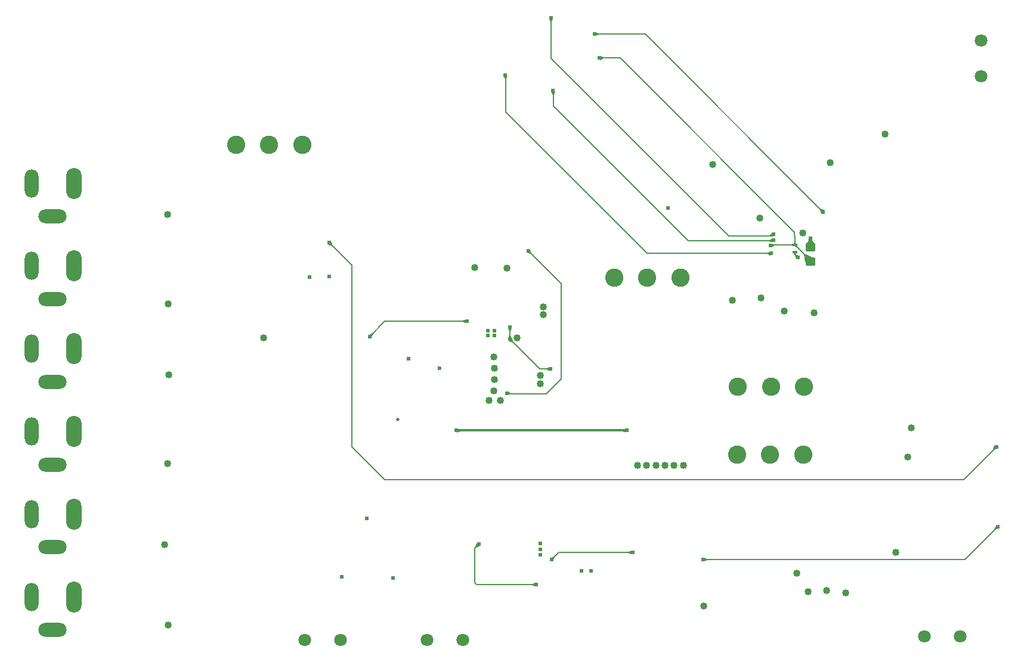
<source format=gbr>
%TF.GenerationSoftware,KiCad,Pcbnew,7.0.6-0*%
%TF.CreationDate,2024-04-05T07:01:27-03:00*%
%TF.ProjectId,Buoy,42756f79-2e6b-4696-9361-645f70636258,rev?*%
%TF.SameCoordinates,Original*%
%TF.FileFunction,Copper,L4,Bot*%
%TF.FilePolarity,Positive*%
%FSLAX46Y46*%
G04 Gerber Fmt 4.6, Leading zero omitted, Abs format (unit mm)*
G04 Created by KiCad (PCBNEW 7.0.6-0) date 2024-04-05 07:01:27*
%MOMM*%
%LPD*%
G01*
G04 APERTURE LIST*
G04 Aperture macros list*
%AMRoundRect*
0 Rectangle with rounded corners*
0 $1 Rounding radius*
0 $2 $3 $4 $5 $6 $7 $8 $9 X,Y pos of 4 corners*
0 Add a 4 corners polygon primitive as box body*
4,1,4,$2,$3,$4,$5,$6,$7,$8,$9,$2,$3,0*
0 Add four circle primitives for the rounded corners*
1,1,$1+$1,$2,$3*
1,1,$1+$1,$4,$5*
1,1,$1+$1,$6,$7*
1,1,$1+$1,$8,$9*
0 Add four rect primitives between the rounded corners*
20,1,$1+$1,$2,$3,$4,$5,0*
20,1,$1+$1,$4,$5,$6,$7,0*
20,1,$1+$1,$6,$7,$8,$9,0*
20,1,$1+$1,$8,$9,$2,$3,0*%
G04 Aperture macros list end*
%TA.AperFunction,ComponentPad*%
%ADD10C,2.600000*%
%TD*%
%TA.AperFunction,ComponentPad*%
%ADD11C,1.803400*%
%TD*%
%TA.AperFunction,ComponentPad*%
%ADD12O,2.200000X4.400000*%
%TD*%
%TA.AperFunction,ComponentPad*%
%ADD13O,2.000000X4.000000*%
%TD*%
%TA.AperFunction,ComponentPad*%
%ADD14O,4.000000X2.000000*%
%TD*%
%TA.AperFunction,SMDPad,CuDef*%
%ADD15RoundRect,0.024500X-0.275500X0.150500X-0.275500X-0.150500X0.275500X-0.150500X0.275500X0.150500X0*%
%TD*%
%TA.AperFunction,SMDPad,CuDef*%
%ADD16RoundRect,0.250000X-0.450000X0.350000X-0.450000X-0.350000X0.450000X-0.350000X0.450000X0.350000X0*%
%TD*%
%TA.AperFunction,ViaPad*%
%ADD17C,1.016000*%
%TD*%
%TA.AperFunction,ViaPad*%
%ADD18C,0.609600*%
%TD*%
%TA.AperFunction,ViaPad*%
%ADD19C,0.600000*%
%TD*%
%TA.AperFunction,ViaPad*%
%ADD20C,0.508000*%
%TD*%
%TA.AperFunction,Conductor*%
%ADD21C,0.152400*%
%TD*%
%TA.AperFunction,Conductor*%
%ADD22C,0.304800*%
%TD*%
%TA.AperFunction,Conductor*%
%ADD23C,0.150000*%
%TD*%
G04 APERTURE END LIST*
D10*
%TO.P,SW4,1,A*%
%TO.N,/Non-Batman*%
X185440000Y-93180000D03*
%TO.P,SW4,2,B*%
%TO.N,/Bat_out*%
X190140000Y-93180000D03*
%TO.P,SW4,3,C*%
%TO.N,/Batman*%
X194840000Y-93180000D03*
%TD*%
%TO.P,SW2,1,A*%
%TO.N,Net-(SW2-A)*%
X177277500Y-77732500D03*
%TO.P,SW2,2,B*%
%TO.N,Net-(J14-Pin_1)*%
X172577500Y-77732500D03*
%TO.P,SW2,3,C*%
%TO.N,PGND*%
X167877500Y-77732500D03*
%TD*%
D11*
%TO.P,J7,1,Pin_1*%
%TO.N,Net-(J7-Pin_1)*%
X124003400Y-129185000D03*
%TO.P,J7,2,Pin_2*%
%TO.N,PGND*%
X129083400Y-129185000D03*
%TD*%
D12*
%TO.P,J5,1*%
%TO.N,/PV_connection*%
X91161750Y-111313500D03*
D13*
%TO.P,J5,2*%
%TO.N,PGND*%
X85161750Y-111313500D03*
D14*
%TO.P,J5,3*%
X88161750Y-116013500D03*
%TD*%
D12*
%TO.P,J2,1*%
%TO.N,/PV_connection*%
X91161750Y-76063500D03*
D13*
%TO.P,J2,2*%
%TO.N,PGND*%
X85161750Y-76063500D03*
D14*
%TO.P,J2,3*%
X88161750Y-80763500D03*
%TD*%
D12*
%TO.P,J1,1*%
%TO.N,/PV_connection*%
X91161750Y-64313500D03*
D13*
%TO.P,J1,2*%
%TO.N,PGND*%
X85161750Y-64313500D03*
D14*
%TO.P,J1,3*%
X88161750Y-69013500D03*
%TD*%
D10*
%TO.P,SW3,1,A*%
%TO.N,/Non-Batman*%
X185330000Y-102860000D03*
%TO.P,SW3,2,B*%
%TO.N,/Bat_in*%
X190030000Y-102860000D03*
%TO.P,SW3,3,C*%
%TO.N,/Batman*%
X194730000Y-102860000D03*
%TD*%
D12*
%TO.P,J3,1*%
%TO.N,/PV_connection*%
X91161750Y-87813500D03*
D13*
%TO.P,J3,2*%
%TO.N,PGND*%
X85161750Y-87813500D03*
D14*
%TO.P,J3,3*%
X88161750Y-92513500D03*
%TD*%
D11*
%TO.P,J14,1,Pin_1*%
%TO.N,Net-(J14-Pin_1)*%
X219940000Y-49120000D03*
%TO.P,J14,2,Pin_2*%
%TO.N,/Bat_in*%
X219940000Y-44040000D03*
%TD*%
D12*
%TO.P,J4,1*%
%TO.N,/PV_connection*%
X91161750Y-99563500D03*
D13*
%TO.P,J4,2*%
%TO.N,PGND*%
X85161750Y-99563500D03*
D14*
%TO.P,J4,3*%
X88161750Y-104263500D03*
%TD*%
D12*
%TO.P,J6,1*%
%TO.N,/PV_connection*%
X91161750Y-123063500D03*
D13*
%TO.P,J6,2*%
%TO.N,PGND*%
X85161750Y-123063500D03*
D14*
%TO.P,J6,3*%
X88161750Y-127763500D03*
%TD*%
D11*
%TO.P,J8,1,Pin_1*%
%TO.N,/Bat_out*%
X211963400Y-128705000D03*
%TO.P,J8,2,Pin_2*%
%TO.N,PGND*%
X217043400Y-128705000D03*
%TD*%
D10*
%TO.P,SW1,1,A*%
%TO.N,unconnected-(SW1-A-Pad1)*%
X114220000Y-58800000D03*
%TO.P,SW1,2,B*%
%TO.N,/V_solar_in*%
X118920000Y-58800000D03*
%TO.P,SW1,3,C*%
%TO.N,/V_solar_out*%
X123620000Y-58800000D03*
%TD*%
D11*
%TO.P,J11,1,Pin_1*%
%TO.N,/3.4V*%
X141322693Y-129185707D03*
%TO.P,J11,2,Pin_2*%
%TO.N,PGND*%
X146402693Y-129185707D03*
%TD*%
D15*
%TO.P,TH1,1*%
%TO.N,Net-(J10-Pin_1)*%
X193517500Y-73050000D03*
%TO.P,TH1,2*%
%TO.N,PGND*%
X193517500Y-74100000D03*
%TD*%
D16*
%TO.P,R3,1*%
%TO.N,Net-(U4-VC1)*%
X195727500Y-73405000D03*
%TO.P,R3,2*%
%TO.N,Net-(J10-Pin_1)*%
X195727500Y-75405000D03*
%TD*%
D17*
%TO.N,PGND*%
X150120000Y-95160000D03*
D18*
X150860000Y-85240000D03*
X157420000Y-115510000D03*
X149980000Y-85230000D03*
D17*
X175106000Y-104410000D03*
D18*
X124667500Y-77660000D03*
D17*
X210100000Y-99050000D03*
X150820000Y-93780000D03*
D19*
X143105000Y-90550000D03*
D17*
X151760000Y-95160000D03*
D18*
X127460000Y-77550000D03*
D17*
X152660000Y-76400000D03*
X206337500Y-57315000D03*
X104621750Y-91523500D03*
D18*
X149960000Y-85940000D03*
D17*
X200770000Y-122540000D03*
X196290000Y-82750000D03*
D18*
X150860000Y-85950000D03*
D17*
X172502000Y-104410000D03*
D18*
X194017500Y-74875000D03*
D17*
X194630000Y-71360000D03*
X171200000Y-104410000D03*
X118146750Y-86293500D03*
X104581750Y-127093500D03*
X104611750Y-81473500D03*
X195415000Y-122355000D03*
D18*
X157420000Y-117110000D03*
D17*
X209550000Y-103175000D03*
X150890000Y-90550000D03*
X157800000Y-82990000D03*
X198020000Y-122190000D03*
D18*
X132810000Y-111920000D03*
D17*
X207840000Y-116790000D03*
D20*
X137210000Y-97860000D03*
D17*
X157380000Y-92820000D03*
X104461750Y-68713500D03*
X193830000Y-119730000D03*
X104531750Y-104173500D03*
D18*
X138672500Y-89230000D03*
D17*
X104071750Y-115653500D03*
X154095000Y-86297500D03*
X157390000Y-91590000D03*
D18*
X163270000Y-119360000D03*
D17*
X184705000Y-80957500D03*
X198590000Y-61380000D03*
X188720000Y-80580000D03*
X180620000Y-124360000D03*
X176408000Y-104410000D03*
X192060000Y-82460000D03*
X177710000Y-104410000D03*
D18*
X136490000Y-120355000D03*
D17*
X173804000Y-104410000D03*
X188555000Y-69230000D03*
X181900000Y-61640000D03*
D18*
X129220000Y-120192250D03*
X157430000Y-116330000D03*
D17*
X150890000Y-92160000D03*
D18*
X175490000Y-67820000D03*
D17*
X157800000Y-81880000D03*
D18*
X164590000Y-119340000D03*
D17*
X148100000Y-76280000D03*
X150820000Y-89020000D03*
D18*
%TO.N,/ADC PV*%
X127470000Y-72750000D03*
X222160000Y-101740000D03*
%TO.N,/Bat_in*%
X169660000Y-99430000D03*
X145430000Y-99430000D03*
%TO.N,Net-(U2-REGN)*%
X155690000Y-73880000D03*
X152655000Y-94135000D03*
%TO.N,/ADC current*%
X222340000Y-113090000D03*
X180494264Y-117777500D03*
%TO.N,/3.4V*%
X148660000Y-115590000D03*
X156820000Y-121330000D03*
%TO.N,Net-(U4-VC1)*%
X195727500Y-72165000D03*
%TO.N,TS*%
X133195000Y-86097500D03*
X146985000Y-83917500D03*
%TO.N,Net-(J10-Pin_5)*%
X190170000Y-74285000D03*
X152450000Y-48890000D03*
%TO.N,Net-(U5-EN)*%
X158990000Y-117800000D03*
X170490000Y-116760000D03*
%TO.N,/PH*%
X153105000Y-84767500D03*
X158850000Y-90707500D03*
X153105000Y-86477500D03*
%TO.N,Net-(J10-Pin_1)*%
X190120000Y-73150000D03*
X165800000Y-46500000D03*
%TO.N,Net-(J10-Pin_2)*%
X197560000Y-68370000D03*
X165080000Y-43080000D03*
%TO.N,Net-(J10-Pin_3)*%
X190490000Y-72420000D03*
X159220000Y-51170000D03*
%TO.N,Net-(J10-Pin_4)*%
X190490000Y-71570000D03*
X158940000Y-40780000D03*
%TD*%
D21*
%TO.N,PGND*%
X193517500Y-74100000D02*
X193517500Y-74375000D01*
X193517500Y-74375000D02*
X194017500Y-74875000D01*
%TO.N,/ADC PV*%
X135300000Y-106410000D02*
X217490000Y-106410000D01*
X127470000Y-72750000D02*
X130620000Y-75900000D01*
X130620000Y-101730000D02*
X135300000Y-106410000D01*
X217490000Y-106410000D02*
X222160000Y-101740000D01*
X130620000Y-75900000D02*
X130620000Y-101730000D01*
D22*
%TO.N,/Bat_in*%
X169660000Y-99430000D02*
X145430000Y-99430000D01*
D21*
%TO.N,Net-(U2-REGN)*%
X152655000Y-94135000D02*
X152710000Y-94190000D01*
X152710000Y-94190000D02*
X158250000Y-94190000D01*
X158250000Y-94190000D02*
X160345000Y-92095000D01*
X160345000Y-92095000D02*
X160345000Y-78535000D01*
X160345000Y-78535000D02*
X155690000Y-73880000D01*
%TO.N,/ADC current*%
X217652500Y-117777500D02*
X180494264Y-117777500D01*
X222340000Y-113090000D02*
X217652500Y-117777500D01*
%TO.N,/3.4V*%
X148660000Y-115560000D02*
X148610000Y-115610000D01*
X148370000Y-121330000D02*
X148360000Y-121340000D01*
X156820000Y-121330000D02*
X148370000Y-121330000D01*
X148660000Y-115590000D02*
X148660000Y-115560000D01*
X148360000Y-121340000D02*
X148070000Y-121050000D01*
X148070000Y-116150000D02*
X148630000Y-115590000D01*
X148070000Y-121050000D02*
X148070000Y-116150000D01*
X148630000Y-115590000D02*
X148660000Y-115590000D01*
%TO.N,Net-(U4-VC1)*%
X195727500Y-73405000D02*
X195727500Y-72165000D01*
%TO.N,TS*%
X135305000Y-83917500D02*
X133195000Y-86097500D01*
X146985000Y-83917500D02*
X135305000Y-83917500D01*
X133195000Y-86097500D02*
X133235000Y-85987500D01*
%TO.N,Net-(J10-Pin_5)*%
X190170000Y-74285000D02*
X172555000Y-74285000D01*
X152450000Y-48890000D02*
X152460000Y-48880000D01*
X152460000Y-48880000D02*
X152460000Y-48870000D01*
X152460000Y-54190000D02*
X152460000Y-48900000D01*
X172555000Y-74285000D02*
X152460000Y-54190000D01*
X152460000Y-48900000D02*
X152450000Y-48890000D01*
D23*
%TO.N,Net-(U5-EN)*%
X160030000Y-116760000D02*
X158990000Y-117800000D01*
X170490000Y-116760000D02*
X160030000Y-116760000D01*
D21*
%TO.N,/PH*%
X153105000Y-84767500D02*
X153105000Y-86477500D01*
X157335000Y-90707500D02*
X158850000Y-90707500D01*
X153105000Y-86477500D02*
X157335000Y-90707500D01*
%TO.N,Net-(J10-Pin_1)*%
X193510000Y-71810000D02*
X193510000Y-71270000D01*
X190120000Y-73150000D02*
X190215000Y-73055000D01*
X190215000Y-73055000D02*
X193477500Y-73055000D01*
X193517500Y-73050000D02*
X193517500Y-71817500D01*
X193517500Y-73050000D02*
X195727500Y-75260000D01*
X193510000Y-71270000D02*
X168750000Y-46510000D01*
X193517500Y-71817500D02*
X193510000Y-71810000D01*
X165790000Y-46510000D02*
X165730000Y-46510000D01*
X168750000Y-46510000D02*
X165810000Y-46510000D01*
X165810000Y-46510000D02*
X165800000Y-46500000D01*
X165800000Y-46500000D02*
X165790000Y-46510000D01*
X195727500Y-75260000D02*
X195727500Y-75405000D01*
%TO.N,Net-(J10-Pin_2)*%
X165100000Y-43100000D02*
X172290000Y-43100000D01*
X197560000Y-68370000D02*
X172290000Y-43100000D01*
X165060000Y-43060000D02*
X165100000Y-43100000D01*
%TO.N,Net-(J10-Pin_3)*%
X178365000Y-72435000D02*
X159240000Y-53310000D01*
X159240000Y-53310000D02*
X159240000Y-51130000D01*
X190617500Y-72435000D02*
X178365000Y-72435000D01*
%TO.N,Net-(J10-Pin_4)*%
X190245000Y-71815000D02*
X184195000Y-71815000D01*
X184195000Y-71815000D02*
X158940000Y-46560000D01*
X190490000Y-71570000D02*
X190245000Y-71815000D01*
X158940000Y-46560000D02*
X158940000Y-40780000D01*
%TD*%
%TA.AperFunction,Conductor*%
%TO.N,/PH*%
G36*
X158737863Y-90436687D02*
G01*
X158849115Y-90702990D01*
X158849142Y-90711945D01*
X158849115Y-90712010D01*
X158737863Y-90978312D01*
X158731512Y-90984625D01*
X158722567Y-90984602D01*
X158634269Y-90947811D01*
X158247600Y-90786699D01*
X158241281Y-90780354D01*
X158240400Y-90775899D01*
X158240400Y-90639100D01*
X158243827Y-90630827D01*
X158247600Y-90628300D01*
X158722569Y-90430396D01*
X158731522Y-90430378D01*
X158737863Y-90436687D01*
G37*
%TD.AperFunction*%
%TD*%
%TA.AperFunction,Conductor*%
%TO.N,/ADC current*%
G36*
X222311156Y-113077157D02*
G01*
X222336185Y-113087436D01*
X222342536Y-113093749D01*
X222342563Y-113093814D01*
X222452201Y-113360784D01*
X222452174Y-113369739D01*
X222445833Y-113376048D01*
X221970042Y-113571963D01*
X221961087Y-113571944D01*
X221957314Y-113569417D01*
X221860582Y-113472685D01*
X221857155Y-113464412D01*
X221858035Y-113459961D01*
X222053952Y-112984164D01*
X222060270Y-112977821D01*
X222069213Y-112977798D01*
X222311156Y-113077157D01*
G37*
%TD.AperFunction*%
%TD*%
%TA.AperFunction,Conductor*%
%TO.N,Net-(J10-Pin_3)*%
G36*
X159491155Y-51282279D02*
G01*
X159497468Y-51288630D01*
X159497585Y-51297223D01*
X159319063Y-51768070D01*
X159312926Y-51774591D01*
X159308123Y-51775622D01*
X159171290Y-51775622D01*
X159163017Y-51772195D01*
X159160665Y-51768820D01*
X158943480Y-51297659D01*
X158943128Y-51288711D01*
X158949207Y-51282136D01*
X158949553Y-51281983D01*
X159215490Y-51170883D01*
X159224445Y-51170857D01*
X159491155Y-51282279D01*
G37*
%TD.AperFunction*%
%TD*%
%TA.AperFunction,Conductor*%
%TO.N,/PH*%
G36*
X153384739Y-86365325D02*
G01*
X153391048Y-86371666D01*
X153586963Y-86847457D01*
X153586944Y-86856412D01*
X153584417Y-86860185D01*
X153487685Y-86956917D01*
X153479412Y-86960344D01*
X153474957Y-86959463D01*
X152999166Y-86763548D01*
X152992821Y-86757229D01*
X152992798Y-86748286D01*
X153102436Y-86481313D01*
X153108749Y-86474963D01*
X153375786Y-86365298D01*
X153384739Y-86365325D01*
G37*
%TD.AperFunction*%
%TD*%
%TA.AperFunction,Conductor*%
%TO.N,Net-(U4-VC1)*%
G36*
X195806347Y-72208427D02*
G01*
X195807213Y-72209395D01*
X196320645Y-72851755D01*
X196323134Y-72860357D01*
X196319378Y-72867716D01*
X195735372Y-73398840D01*
X195726946Y-73401871D01*
X195719628Y-73398840D01*
X195135621Y-72867716D01*
X195131806Y-72859614D01*
X195134353Y-72851756D01*
X195647787Y-72209394D01*
X195655629Y-72205072D01*
X195656926Y-72205000D01*
X195798074Y-72205000D01*
X195806347Y-72208427D01*
G37*
%TD.AperFunction*%
%TD*%
%TA.AperFunction,Conductor*%
%TO.N,Net-(U2-REGN)*%
G36*
X155969739Y-73767825D02*
G01*
X155976048Y-73774166D01*
X156171963Y-74249957D01*
X156171944Y-74258912D01*
X156169417Y-74262685D01*
X156072685Y-74359417D01*
X156064412Y-74362844D01*
X156059957Y-74361963D01*
X155584166Y-74166048D01*
X155577821Y-74159729D01*
X155577798Y-74150786D01*
X155687436Y-73883813D01*
X155693749Y-73877463D01*
X155960786Y-73767798D01*
X155969739Y-73767825D01*
G37*
%TD.AperFunction*%
%TD*%
%TA.AperFunction,Conductor*%
%TO.N,Net-(U2-REGN)*%
G36*
X152781964Y-93859044D02*
G01*
X152783015Y-93859546D01*
X153247521Y-94110484D01*
X153253171Y-94117430D01*
X153253660Y-94120777D01*
X153253660Y-94257594D01*
X153250233Y-94265867D01*
X153245445Y-94268763D01*
X152781815Y-94413423D01*
X152772897Y-94412616D01*
X152767534Y-94406764D01*
X152655884Y-94139510D01*
X152655857Y-94130555D01*
X152655884Y-94130490D01*
X152661340Y-94117430D01*
X152766659Y-93865328D01*
X152773009Y-93859017D01*
X152781964Y-93859044D01*
G37*
%TD.AperFunction*%
%TD*%
%TA.AperFunction,Conductor*%
%TO.N,Net-(U4-VC1)*%
G36*
X195732010Y-72165884D02*
G01*
X195998312Y-72277136D01*
X196004625Y-72283487D01*
X196004602Y-72292432D01*
X195806700Y-72767400D01*
X195800355Y-72773719D01*
X195795900Y-72774600D01*
X195659100Y-72774600D01*
X195650827Y-72771173D01*
X195648300Y-72767400D01*
X195450396Y-72292430D01*
X195450378Y-72283477D01*
X195456686Y-72277136D01*
X195722990Y-72165883D01*
X195731945Y-72165857D01*
X195732010Y-72165884D01*
G37*
%TD.AperFunction*%
%TD*%
%TA.AperFunction,Conductor*%
%TO.N,/3.4V*%
G36*
X156707863Y-121059187D02*
G01*
X156819115Y-121325490D01*
X156819142Y-121334445D01*
X156819115Y-121334510D01*
X156707863Y-121600812D01*
X156701512Y-121607125D01*
X156692567Y-121607102D01*
X156604269Y-121570311D01*
X156217600Y-121409199D01*
X156211281Y-121402854D01*
X156210400Y-121398399D01*
X156210400Y-121261600D01*
X156213827Y-121253327D01*
X156217600Y-121250800D01*
X156692569Y-121052896D01*
X156701522Y-121052878D01*
X156707863Y-121059187D01*
G37*
%TD.AperFunction*%
%TD*%
%TA.AperFunction,Conductor*%
%TO.N,Net-(J10-Pin_5)*%
G36*
X152720983Y-49002207D02*
G01*
X152727296Y-49008558D01*
X152727344Y-49017329D01*
X152539135Y-49490237D01*
X152532892Y-49496657D01*
X152528264Y-49497611D01*
X152391443Y-49497611D01*
X152383170Y-49494184D01*
X152380729Y-49490612D01*
X152173185Y-49017546D01*
X152173000Y-49008595D01*
X152179199Y-49002133D01*
X152179338Y-49002072D01*
X152445490Y-48890883D01*
X152454445Y-48890857D01*
X152720983Y-49002207D01*
G37*
%TD.AperFunction*%
%TD*%
%TA.AperFunction,Conductor*%
%TO.N,/ADC PV*%
G36*
X222131156Y-101727157D02*
G01*
X222156185Y-101737436D01*
X222162536Y-101743749D01*
X222162563Y-101743814D01*
X222272201Y-102010784D01*
X222272174Y-102019739D01*
X222265833Y-102026048D01*
X221790042Y-102221963D01*
X221781087Y-102221944D01*
X221777314Y-102219417D01*
X221680582Y-102122685D01*
X221677155Y-102114412D01*
X221678035Y-102109961D01*
X221873952Y-101634164D01*
X221880270Y-101627821D01*
X221889213Y-101627798D01*
X222131156Y-101727157D01*
G37*
%TD.AperFunction*%
%TD*%
%TA.AperFunction,Conductor*%
%TO.N,Net-(U5-EN)*%
G36*
X159369771Y-117318900D02*
G01*
X159373522Y-117321418D01*
X159468581Y-117416477D01*
X159472008Y-117424750D01*
X159471136Y-117429182D01*
X159276035Y-117905801D01*
X159269729Y-117912160D01*
X159260775Y-117912197D01*
X159260762Y-117912192D01*
X158993814Y-117802563D01*
X158987463Y-117796250D01*
X158987436Y-117796185D01*
X158977667Y-117772397D01*
X158877807Y-117529235D01*
X158877834Y-117520282D01*
X158884183Y-117513970D01*
X159360817Y-117318863D01*
X159369771Y-117318900D01*
G37*
%TD.AperFunction*%
%TD*%
%TA.AperFunction,Conductor*%
%TO.N,/Bat_in*%
G36*
X146030867Y-99275311D02*
G01*
X146038000Y-99280723D01*
X146039600Y-99286628D01*
X146039600Y-99573371D01*
X146036173Y-99581644D01*
X146030866Y-99584689D01*
X145556482Y-99709018D01*
X145547611Y-99707800D01*
X145542720Y-99702210D01*
X145493624Y-99584689D01*
X145430883Y-99434509D01*
X145430857Y-99425555D01*
X145430884Y-99425490D01*
X145491363Y-99280723D01*
X145542720Y-99157788D01*
X145549071Y-99151476D01*
X145556482Y-99150981D01*
X146030867Y-99275311D01*
G37*
%TD.AperFunction*%
%TD*%
%TA.AperFunction,Conductor*%
%TO.N,Net-(J10-Pin_5)*%
G36*
X190057863Y-74014187D02*
G01*
X190169115Y-74280490D01*
X190169142Y-74289445D01*
X190169115Y-74289510D01*
X190057863Y-74555812D01*
X190051512Y-74562125D01*
X190042567Y-74562102D01*
X189954269Y-74525311D01*
X189567600Y-74364199D01*
X189561281Y-74357854D01*
X189560400Y-74353399D01*
X189560400Y-74216600D01*
X189563827Y-74208327D01*
X189567600Y-74205800D01*
X190042569Y-74007896D01*
X190051522Y-74007878D01*
X190057863Y-74014187D01*
G37*
%TD.AperFunction*%
%TD*%
%TA.AperFunction,Conductor*%
%TO.N,TS*%
G36*
X133569151Y-85612578D02*
G01*
X133667456Y-85707727D01*
X133671017Y-85715943D01*
X133670211Y-85720405D01*
X133480938Y-86203074D01*
X133474728Y-86209525D01*
X133465775Y-86209695D01*
X133465602Y-86209626D01*
X133198827Y-86100075D01*
X133192475Y-86093762D01*
X133192448Y-86093697D01*
X133082729Y-85826544D01*
X133082756Y-85817592D01*
X133088927Y-85811354D01*
X133556391Y-85610236D01*
X133565344Y-85610116D01*
X133569151Y-85612578D01*
G37*
%TD.AperFunction*%
%TD*%
%TA.AperFunction,Conductor*%
%TO.N,Net-(J10-Pin_2)*%
G36*
X197190038Y-67888035D02*
G01*
X197665833Y-68083951D01*
X197672178Y-68090270D01*
X197672201Y-68099215D01*
X197562563Y-68366185D01*
X197556250Y-68372536D01*
X197556185Y-68372563D01*
X197289215Y-68482201D01*
X197280260Y-68482174D01*
X197273951Y-68475833D01*
X197228802Y-68366185D01*
X197078036Y-68000040D01*
X197078055Y-67991087D01*
X197080579Y-67987317D01*
X197177315Y-67890581D01*
X197185587Y-67887155D01*
X197190038Y-67888035D01*
G37*
%TD.AperFunction*%
%TD*%
%TA.AperFunction,Conductor*%
%TO.N,Net-(J10-Pin_1)*%
G36*
X194910248Y-74330852D02*
G01*
X195140973Y-74430937D01*
X195992342Y-74800249D01*
X195998567Y-74806685D01*
X195998419Y-74815638D01*
X195998323Y-74815853D01*
X195730845Y-75399945D01*
X195724284Y-75406041D01*
X195721939Y-75406645D01*
X195038350Y-75508969D01*
X195029661Y-75506805D01*
X195025182Y-75499870D01*
X194796531Y-74441681D01*
X194798134Y-74432871D01*
X194799690Y-74430942D01*
X194897320Y-74333312D01*
X194905592Y-74329886D01*
X194910248Y-74330852D01*
G37*
%TD.AperFunction*%
%TD*%
%TA.AperFunction,Conductor*%
%TO.N,PGND*%
G36*
X193647538Y-74393035D02*
G01*
X194123333Y-74588951D01*
X194129678Y-74595270D01*
X194129701Y-74604215D01*
X194020063Y-74871185D01*
X194013750Y-74877536D01*
X194013685Y-74877563D01*
X193746715Y-74987201D01*
X193737760Y-74987174D01*
X193731451Y-74980833D01*
X193686302Y-74871185D01*
X193535536Y-74505040D01*
X193535555Y-74496087D01*
X193538079Y-74492317D01*
X193634815Y-74395581D01*
X193643087Y-74392155D01*
X193647538Y-74393035D01*
G37*
%TD.AperFunction*%
%TD*%
%TA.AperFunction,Conductor*%
%TO.N,PGND*%
G36*
X193525695Y-74106885D02*
G01*
X193525714Y-74106900D01*
X193713237Y-74266811D01*
X193717308Y-74274787D01*
X193714548Y-74283306D01*
X193713949Y-74283957D01*
X193624414Y-74374152D01*
X193526397Y-74472168D01*
X193518124Y-74475595D01*
X193509851Y-74472168D01*
X193508618Y-74470716D01*
X193429213Y-74360047D01*
X193373509Y-74282410D01*
X193371471Y-74273691D01*
X193374083Y-74268035D01*
X193375119Y-74266811D01*
X193509206Y-74108263D01*
X193517165Y-74104159D01*
X193525695Y-74106885D01*
G37*
%TD.AperFunction*%
%TD*%
%TA.AperFunction,Conductor*%
%TO.N,Net-(J10-Pin_1)*%
G36*
X165927357Y-46223104D02*
G01*
X165927475Y-46223154D01*
X166400612Y-46430729D01*
X166406811Y-46437191D01*
X166407611Y-46441443D01*
X166407611Y-46578263D01*
X166404184Y-46586536D01*
X166400237Y-46589134D01*
X165927329Y-46777344D01*
X165918375Y-46777219D01*
X165912207Y-46770983D01*
X165800884Y-46504509D01*
X165800857Y-46495554D01*
X165912052Y-46229388D01*
X165918402Y-46223077D01*
X165927357Y-46223104D01*
G37*
%TD.AperFunction*%
%TD*%
%TA.AperFunction,Conductor*%
%TO.N,/ADC PV*%
G36*
X127749739Y-72637825D02*
G01*
X127756048Y-72644166D01*
X127951963Y-73119957D01*
X127951944Y-73128912D01*
X127949417Y-73132685D01*
X127852685Y-73229417D01*
X127844412Y-73232844D01*
X127839957Y-73231963D01*
X127364166Y-73036048D01*
X127357821Y-73029729D01*
X127357798Y-73020786D01*
X127467436Y-72753813D01*
X127473749Y-72747463D01*
X127740786Y-72637798D01*
X127749739Y-72637825D01*
G37*
%TD.AperFunction*%
%TD*%
%TA.AperFunction,Conductor*%
%TO.N,Net-(J10-Pin_4)*%
G36*
X190282776Y-71362882D02*
G01*
X190283940Y-71363897D01*
X190482696Y-71561735D01*
X190487537Y-71566553D01*
X190490983Y-71574818D01*
X190490983Y-71574883D01*
X190490037Y-71863508D01*
X190486583Y-71871770D01*
X190478714Y-71875164D01*
X189993959Y-71890810D01*
X189985580Y-71887652D01*
X189981888Y-71879493D01*
X189981882Y-71879116D01*
X189981882Y-71742746D01*
X189984273Y-71735659D01*
X190266382Y-71365102D01*
X190274118Y-71360597D01*
X190282776Y-71362882D01*
G37*
%TD.AperFunction*%
%TD*%
%TA.AperFunction,Conductor*%
%TO.N,TS*%
G36*
X146872863Y-83646687D02*
G01*
X146984115Y-83912990D01*
X146984142Y-83921945D01*
X146984115Y-83922010D01*
X146872863Y-84188312D01*
X146866512Y-84194625D01*
X146857567Y-84194602D01*
X146769269Y-84157811D01*
X146382600Y-83996699D01*
X146376281Y-83990354D01*
X146375400Y-83985899D01*
X146375400Y-83849100D01*
X146378827Y-83840827D01*
X146382600Y-83838300D01*
X146857569Y-83640396D01*
X146866522Y-83640378D01*
X146872863Y-83646687D01*
G37*
%TD.AperFunction*%
%TD*%
%TA.AperFunction,Conductor*%
%TO.N,Net-(J10-Pin_4)*%
G36*
X158944510Y-40780884D02*
G01*
X159210812Y-40892136D01*
X159217125Y-40898487D01*
X159217102Y-40907432D01*
X159019200Y-41382400D01*
X159012855Y-41388719D01*
X159008400Y-41389600D01*
X158871600Y-41389600D01*
X158863327Y-41386173D01*
X158860800Y-41382400D01*
X158662896Y-40907430D01*
X158662878Y-40898477D01*
X158669186Y-40892136D01*
X158935490Y-40780883D01*
X158944445Y-40780857D01*
X158944510Y-40780884D01*
G37*
%TD.AperFunction*%
%TD*%
%TA.AperFunction,Conductor*%
%TO.N,/PH*%
G36*
X153181673Y-85871327D02*
G01*
X153184200Y-85875100D01*
X153382102Y-86350067D01*
X153382121Y-86359022D01*
X153375812Y-86365363D01*
X153109510Y-86476615D01*
X153100555Y-86476642D01*
X153100490Y-86476615D01*
X152834187Y-86365363D01*
X152827874Y-86359012D01*
X152827896Y-86350069D01*
X153025800Y-85875099D01*
X153032145Y-85868781D01*
X153036600Y-85867900D01*
X153173400Y-85867900D01*
X153181673Y-85871327D01*
G37*
%TD.AperFunction*%
%TD*%
%TA.AperFunction,Conductor*%
%TO.N,Net-(J10-Pin_1)*%
G36*
X193810209Y-73101221D02*
G01*
X193817757Y-73106037D01*
X193819454Y-73109654D01*
X193868331Y-73288306D01*
X193867209Y-73297191D01*
X193865319Y-73299667D01*
X193768623Y-73396363D01*
X193760350Y-73399790D01*
X193754636Y-73398300D01*
X193454043Y-73230054D01*
X193448497Y-73223023D01*
X193448925Y-73215421D01*
X193513222Y-73058032D01*
X193519522Y-73051672D01*
X193526089Y-73050938D01*
X193810209Y-73101221D01*
G37*
%TD.AperFunction*%
%TD*%
%TA.AperFunction,Conductor*%
%TO.N,/3.4V*%
G36*
X148388848Y-115477647D02*
G01*
X148609915Y-115568434D01*
X148656185Y-115587436D01*
X148662536Y-115593749D01*
X148662563Y-115593814D01*
X148772022Y-115860350D01*
X148771995Y-115869305D01*
X148765644Y-115875618D01*
X148765224Y-115875781D01*
X148277828Y-116054378D01*
X148268881Y-116054007D01*
X148265530Y-116051665D01*
X148168774Y-115954909D01*
X148165347Y-115946636D01*
X148166388Y-115941812D01*
X148373745Y-115483646D01*
X148380278Y-115477523D01*
X148388848Y-115477647D01*
G37*
%TD.AperFunction*%
%TD*%
%TA.AperFunction,Conductor*%
%TO.N,Net-(J10-Pin_2)*%
G36*
X165207271Y-42803309D02*
G01*
X165207641Y-42803472D01*
X165678820Y-43020665D01*
X165684899Y-43027239D01*
X165685622Y-43031289D01*
X165685622Y-43168123D01*
X165682195Y-43176396D01*
X165678070Y-43179063D01*
X165207223Y-43357585D01*
X165198272Y-43357314D01*
X165192279Y-43351155D01*
X165080884Y-43084510D01*
X165080857Y-43075555D01*
X165080884Y-43075490D01*
X165099350Y-43031289D01*
X165191966Y-42809593D01*
X165198316Y-42803282D01*
X165207271Y-42803309D01*
G37*
%TD.AperFunction*%
%TD*%
%TA.AperFunction,Conductor*%
%TO.N,Net-(U5-EN)*%
G36*
X170377868Y-116489198D02*
G01*
X170377873Y-116489210D01*
X170489115Y-116755489D01*
X170489142Y-116764444D01*
X170489115Y-116764509D01*
X170377873Y-117030789D01*
X170371522Y-117037102D01*
X170362567Y-117037075D01*
X170362555Y-117037070D01*
X169887578Y-116838008D01*
X169881272Y-116831649D01*
X169880400Y-116827217D01*
X169880400Y-116692782D01*
X169883827Y-116684509D01*
X169887575Y-116681992D01*
X170362556Y-116482928D01*
X170371509Y-116482892D01*
X170377868Y-116489198D01*
G37*
%TD.AperFunction*%
%TD*%
%TA.AperFunction,Conductor*%
%TO.N,Net-(J10-Pin_1)*%
G36*
X190701657Y-72976693D02*
G01*
X190708937Y-72981907D01*
X190710703Y-72988088D01*
X190710703Y-73124762D01*
X190707276Y-73133035D01*
X190705265Y-73134645D01*
X190248354Y-73424176D01*
X190239532Y-73425709D01*
X190232209Y-73420555D01*
X190231299Y-73418809D01*
X190120883Y-73154509D01*
X190120857Y-73145555D01*
X190120884Y-73145490D01*
X190126854Y-73131200D01*
X190232828Y-72877530D01*
X190239179Y-72871218D01*
X190246278Y-72870646D01*
X190701657Y-72976693D01*
G37*
%TD.AperFunction*%
%TD*%
%TA.AperFunction,Conductor*%
%TO.N,Net-(J10-Pin_1)*%
G36*
X193595143Y-72703427D02*
G01*
X193597058Y-72705948D01*
X193688142Y-72867282D01*
X193689226Y-72876171D01*
X193686251Y-72881284D01*
X193525797Y-73042655D01*
X193517533Y-73046105D01*
X193509250Y-73042702D01*
X193509203Y-73042655D01*
X193348748Y-72881284D01*
X193345345Y-72873001D01*
X193346857Y-72867282D01*
X193437942Y-72705948D01*
X193444993Y-72700428D01*
X193448130Y-72700000D01*
X193586870Y-72700000D01*
X193595143Y-72703427D01*
G37*
%TD.AperFunction*%
%TD*%
%TA.AperFunction,Conductor*%
%TO.N,Net-(J10-Pin_3)*%
G36*
X190377865Y-72149203D02*
G01*
X190377991Y-72149493D01*
X190489115Y-72415489D01*
X190489142Y-72424444D01*
X190489115Y-72424509D01*
X190377756Y-72691069D01*
X190371405Y-72697382D01*
X190362722Y-72697465D01*
X189890846Y-72514099D01*
X189884376Y-72507908D01*
X189883384Y-72503193D01*
X189883384Y-72366366D01*
X189886811Y-72358093D01*
X189890282Y-72355696D01*
X190362395Y-72143332D01*
X190371346Y-72143064D01*
X190377865Y-72149203D01*
G37*
%TD.AperFunction*%
%TD*%
%TA.AperFunction,Conductor*%
%TO.N,/ADC current*%
G36*
X180621694Y-117500396D02*
G01*
X181096664Y-117698300D01*
X181102983Y-117704645D01*
X181103864Y-117709100D01*
X181103864Y-117845899D01*
X181100437Y-117854172D01*
X181096664Y-117856699D01*
X180621696Y-118054602D01*
X180612741Y-118054621D01*
X180606400Y-118048312D01*
X180495148Y-117782010D01*
X180495121Y-117773055D01*
X180495148Y-117772990D01*
X180606400Y-117506687D01*
X180612751Y-117500374D01*
X180621694Y-117500396D01*
G37*
%TD.AperFunction*%
%TD*%
%TA.AperFunction,Conductor*%
%TO.N,/PH*%
G36*
X153109510Y-84768384D02*
G01*
X153375812Y-84879636D01*
X153382125Y-84885987D01*
X153382102Y-84894932D01*
X153184200Y-85369900D01*
X153177855Y-85376219D01*
X153173400Y-85377100D01*
X153036600Y-85377100D01*
X153028327Y-85373673D01*
X153025800Y-85369900D01*
X152827896Y-84894930D01*
X152827878Y-84885977D01*
X152834186Y-84879636D01*
X153100490Y-84768383D01*
X153109445Y-84768357D01*
X153109510Y-84768384D01*
G37*
%TD.AperFunction*%
%TD*%
%TA.AperFunction,Conductor*%
%TO.N,/Bat_in*%
G36*
X169542388Y-99152199D02*
G01*
X169547279Y-99157789D01*
X169659115Y-99425490D01*
X169659142Y-99434445D01*
X169659115Y-99434510D01*
X169547279Y-99702210D01*
X169540928Y-99708523D01*
X169533517Y-99709018D01*
X169059134Y-99584689D01*
X169052000Y-99579276D01*
X169050400Y-99573371D01*
X169050400Y-99286628D01*
X169053827Y-99278355D01*
X169059131Y-99275311D01*
X169533517Y-99150981D01*
X169542388Y-99152199D01*
G37*
%TD.AperFunction*%
%TD*%
%TA.AperFunction,Conductor*%
%TO.N,Net-(J10-Pin_1)*%
G36*
X193236590Y-72881409D02*
G01*
X193501816Y-73040022D01*
X193507157Y-73047208D01*
X193505851Y-73056067D01*
X193501871Y-73060070D01*
X193238057Y-73219844D01*
X193229205Y-73221198D01*
X193226906Y-73220370D01*
X193131449Y-73174211D01*
X193049106Y-73134394D01*
X193043149Y-73127708D01*
X193042500Y-73123866D01*
X193042500Y-72985810D01*
X193045927Y-72977537D01*
X193048678Y-72975494D01*
X193225070Y-72881133D01*
X193233979Y-72880254D01*
X193236590Y-72881409D01*
G37*
%TD.AperFunction*%
%TD*%
M02*

</source>
